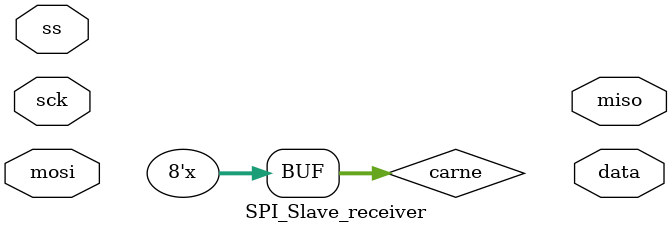
<source format=sv>
module SPI_Master_Transmitter(clk,reset,sck,cs,mosi,miso,ckp,cph,data1);
    parameter data_length =8;
	
  	//entradas y salidas del modulo transmisor
    input clk;
    input reset;
    input miso;
    input ckp,cph;
    output reg sck=0;
    output reg cs =1;
    output reg mosi=0;
    output reg[data_length-1:0] data1;

	
  	//Parametros para los estados
    localparam RDY=2'b00; 
    localparam START =2'b01;
    localparam TRANSMIT=2'b10;
    localparam STOP=2'b11;

    reg [1:0] state = RDY;
    reg [7:0] clkdiv = 0;
    reg [data_length-1:0] data_temp=0;
    

    reg[7:0] index=data_length-1;
  	reg[7:0] carne=8'b00001000; //numero 8 del carne
    
    reg previous_clk;
  	reg previous_ckp;
  	reg previous_cph;

  /*always @(posedge clk) begin
        // Almacenar los valores anteriores de clk, ckp y cph
        previous_clk <= clk;
        previous_ckp <= ckp;
        previous_cph <= cph;

    // Generar la señal de reloj sck de acuerdo con las especificaciones
    
        if (previous_clk == 1'b0 && clk == 1'b1) begin
            if (previous_ckp == 1'b0) begin
                if (previous_cph == 1'b0)
                    sck <= 1'b1; // Transición en flanco creciente
                else
                    sck <= 1'b0; // Transición en flanco decreciente
            end
            else begin
                if (previous_cph == 1'b0)
                    sck <= 1'b0; // Transición en flanco creciente
                else
                    sck <= 1'b1; // Transición en flanco decreciente
            end
        end
    end*/
  
  
  	// Generar la señal de reloj sck de acuerdo con las especificaciones de 25%
    always @ (posedge clk) begin
            if(clkdiv == 8'd3) begin
                clkdiv<=0;
                sck<= ~sck;
            end
            else clkdiv <= clkdiv + 1;   
    end

    
	//segun el flanco de sck dado se cambia de un estado a otro
    always @(sck) begin
        case(state)
          	//estado inicial idle, se pasa al siguiente estado si se tiene un reset
            RDY:
                begin
                    if(reset==1) begin
                        state <= START;
                        index <= data_length-1;
                    end
                    else begin
                        //state <= RDY;
                        cs <= 0;
                        mosi <= 0;
                        sck <= 0;
                    end
                end
          	//Estado de iniciar, se inicia la transmision
            START:
                begin
                    cs <= 0;
                    mosi <= carne[index];
                    index <= index-1;
                    state <= TRANSMIT;
                end
			//Se transmiten los demas digitos del primer numero a transmitir
            TRANSMIT:
                begin
                  if(index==0) begin //cuando se transmite el primer numero se cambia el numero a transmitir
                        mosi<=carne[index];
                        state <=STOP;
                        carne=8'b00000010; //Se cambia a transmitir el 2 del carne

                    end
                    else begin
                      mosi<=carne[index];//Se transmite in bit a la vez por mosi
                        
                        index <= index-1;
                      data_temp[index] <= miso;//Se recibe un bit a la vez por miso
                        
                    end
                end
			//Se detiene la transmision
            STOP:
                begin
                    data1 <= data_temp;//Se agregan los numeros obtenidos a travez de mosi a una salida
                    //Se reinician las variables temporales para recibir y transmitir el siguiente numero
                  	data_temp <= 0;
                    index <= data_length-1;
                    cs <= 1;
                    state <= RDY;
                end
        endcase
    end
endmodule

module SPI_Slave_receiver(sck,ss,mosi,miso,data);

    parameter data_length=8;
  	//entradas y salidas del modulo
    input sck;
    input ss;
    input mosi;
    output reg miso=0;
    output reg[data_length-1:0] data;

	//parametros para los estados
    localparam RDY=2'b00; 
    localparam START =2'b01;
    localparam RECEIVE=2'b10;
    localparam STOP=2'b11;

    reg[1:0] state=RDY;
    reg [data_length-1:0] data_temp=0;
    reg[7:0] index=data_length-1;
  	reg[7:0] carne=8'b00000110; //numero 6 del carne

    always@(sck) begin
        case(state)
            RDY:
              	if(!ss)//Se empieza a recibir los digitos solo si se tiene la senal cs o ss
                    begin
                        data_temp[index]<= mosi;
                        index <= index - 1;
                        state <= RECEIVE;
                    end
            START:
                begin
                  	miso <= carne[index];//Se inicia la transmision
                    index <= index-1;
                    state <= RECEIVE;
                end
            RECEIVE:        
                    begin
                        if(index==0) begin
                            state <= STOP;
                        end
                        else 
                          	miso<=carne[index];//Se transmiten los demas digitos
                            index <= index-1;
                      	data_temp[index] <= mosi;//Se reciben los digitos
                    end
            STOP:
                    begin
                        data <= data_temp;//Una vez recibidos todos los digitos se pasa al siguiente numero
                        data_temp <= 0;
                        carne=8'b00000011;//se cambia a transmitir el numero 3 del carne
                        index <= data_length-1;
                        state <= RDY;
                    end
        endcase
    end
endmodule




</source>
